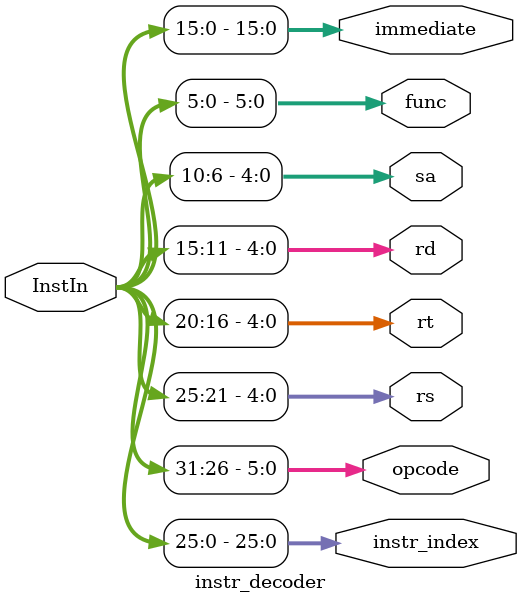
<source format=v>
`timescale 1ns / 1ps


module instr_decoder(
    input [31:0] InstIn,
    
    output [25:0] instr_index,
    output [5:0] opcode,
    output [4:0] rs,
    output [4:0] rt,
    output [4:0] rd,
    output [4:0] sa,
    output [5:0] func,
    output [15:0] immediate
    );
    
    assign instr_index = InstIn[25:0];
    assign opcode = InstIn[31:26];
    assign rs = InstIn[25:21];
    assign rt = InstIn[20:16];
    assign rd = InstIn[15:11];
    assign sa = InstIn[10:6];
    assign func = InstIn[5:0];
    assign immediate = InstIn[15:0];
endmodule

</source>
